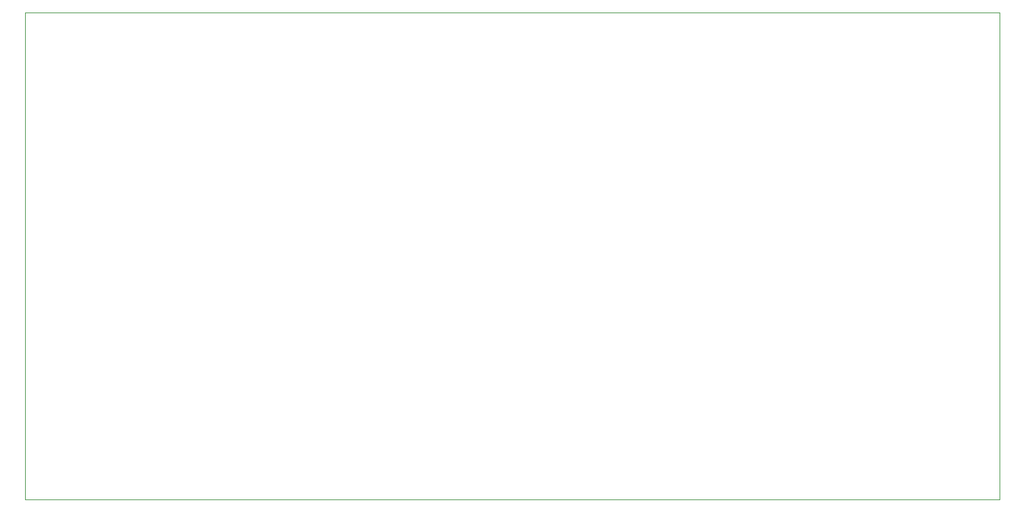
<source format=gbr>
%TF.GenerationSoftware,KiCad,Pcbnew,(7.0.0-0)*%
%TF.CreationDate,2023-04-08T13:25:50-06:00*%
%TF.ProjectId,Custom-Microcontroller-Project,43757374-6f6d-42d4-9d69-63726f636f6e,1*%
%TF.SameCoordinates,Original*%
%TF.FileFunction,Profile,NP*%
%FSLAX46Y46*%
G04 Gerber Fmt 4.6, Leading zero omitted, Abs format (unit mm)*
G04 Created by KiCad (PCBNEW (7.0.0-0)) date 2023-04-08 13:25:50*
%MOMM*%
%LPD*%
G01*
G04 APERTURE LIST*
%TA.AperFunction,Profile*%
%ADD10C,0.100000*%
%TD*%
G04 APERTURE END LIST*
D10*
X206502000Y-124129800D02*
X206502000Y-61645800D01*
X81534000Y-61645800D02*
X81534000Y-124129800D01*
X81534000Y-124129800D02*
X206502000Y-124129800D01*
X206502000Y-61645800D02*
X81534000Y-61645800D01*
M02*

</source>
